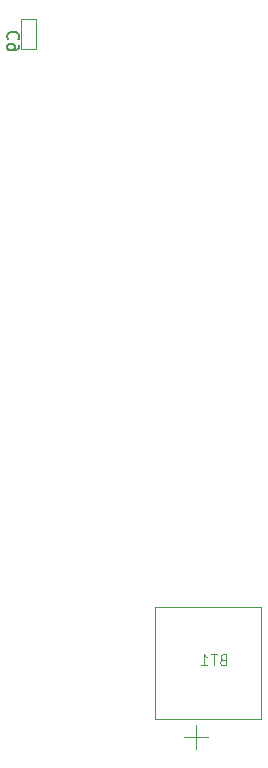
<source format=gbr>
%TF.GenerationSoftware,KiCad,Pcbnew,(5.99.0-10483-ga6ad7a4a70)*%
%TF.CreationDate,2021-05-18T08:29:19+02:00*%
%TF.ProjectId,quadkey,71756164-6b65-4792-9e6b-696361645f70,rev?*%
%TF.SameCoordinates,Original*%
%TF.FileFunction,Legend,Bot*%
%TF.FilePolarity,Positive*%
%FSLAX46Y46*%
G04 Gerber Fmt 4.6, Leading zero omitted, Abs format (unit mm)*
G04 Created by KiCad (PCBNEW (5.99.0-10483-ga6ad7a4a70)) date 2021-05-18 08:29:19*
%MOMM*%
%LPD*%
G01*
G04 APERTURE LIST*
%ADD10C,0.150000*%
%ADD11C,0.015000*%
%ADD12C,0.120000*%
G04 APERTURE END LIST*
D10*
%TO.C,C9*%
X95992142Y-60658333D02*
X96039761Y-60610714D01*
X96087380Y-60467857D01*
X96087380Y-60372619D01*
X96039761Y-60229761D01*
X95944523Y-60134523D01*
X95849285Y-60086904D01*
X95658809Y-60039285D01*
X95515952Y-60039285D01*
X95325476Y-60086904D01*
X95230238Y-60134523D01*
X95135000Y-60229761D01*
X95087380Y-60372619D01*
X95087380Y-60467857D01*
X95135000Y-60610714D01*
X95182619Y-60658333D01*
X96087380Y-61134523D02*
X96087380Y-61325000D01*
X96039761Y-61420238D01*
X95992142Y-61467857D01*
X95849285Y-61563095D01*
X95658809Y-61610714D01*
X95277857Y-61610714D01*
X95182619Y-61563095D01*
X95135000Y-61515476D01*
X95087380Y-61420238D01*
X95087380Y-61229761D01*
X95135000Y-61134523D01*
X95182619Y-61086904D01*
X95277857Y-61039285D01*
X95515952Y-61039285D01*
X95611190Y-61086904D01*
X95658809Y-61134523D01*
X95706428Y-61229761D01*
X95706428Y-61420238D01*
X95658809Y-61515476D01*
X95611190Y-61563095D01*
X95515952Y-61610714D01*
D11*
%TO.C,BT1*%
X113332407Y-113192508D02*
X113197424Y-113237502D01*
X113152429Y-113282497D01*
X113107435Y-113372485D01*
X113107435Y-113507469D01*
X113152429Y-113597457D01*
X113197424Y-113642452D01*
X113287412Y-113687446D01*
X113647367Y-113687446D01*
X113647367Y-112742564D01*
X113332407Y-112742564D01*
X113242418Y-112787559D01*
X113197424Y-112832553D01*
X113152429Y-112922542D01*
X113152429Y-113012530D01*
X113197424Y-113102519D01*
X113242418Y-113147514D01*
X113332407Y-113192508D01*
X113647367Y-113192508D01*
X112837469Y-112742564D02*
X112297536Y-112742564D01*
X112567502Y-113687446D02*
X112567502Y-112742564D01*
X111487637Y-113687446D02*
X112027570Y-113687446D01*
X111757603Y-113687446D02*
X111757603Y-112742564D01*
X111847592Y-112877547D01*
X111937581Y-112967536D01*
X112027570Y-113012530D01*
D12*
%TO.C,C9*%
X96270000Y-61460000D02*
X97540000Y-61460000D01*
X97540000Y-58920000D02*
X96905000Y-58920000D01*
X97540000Y-61460000D02*
X97540000Y-58920000D01*
X96905000Y-58920000D02*
X96270000Y-58920000D01*
X96270000Y-58920000D02*
X96270000Y-61460000D01*
%TO.C,BT1*%
X111090000Y-119760000D02*
X111090000Y-120760000D01*
X107590000Y-108760000D02*
X107590000Y-118260000D01*
X107590000Y-118260000D02*
X110590000Y-118260000D01*
X112090000Y-119760000D02*
X110090000Y-119760000D01*
X110590000Y-118260000D02*
X114090000Y-118260000D01*
X116590000Y-118260000D02*
X116590000Y-117760000D01*
X116590000Y-108760000D02*
X107590000Y-108760000D01*
X111090000Y-120760000D02*
X111090000Y-118760000D01*
X116590000Y-117760000D02*
X116590000Y-108760000D01*
X114090000Y-118260000D02*
X116590000Y-118260000D01*
%TD*%
M02*

</source>
